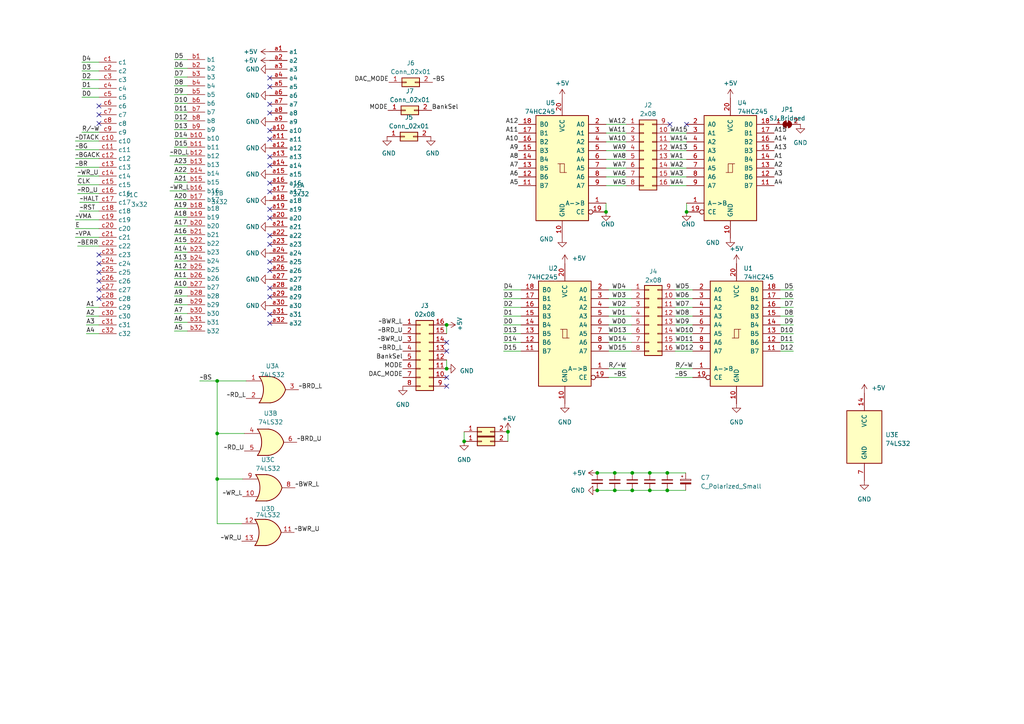
<source format=kicad_sch>
(kicad_sch (version 20230121) (generator eeschema)
  (paper "A4")
  (lib_symbols
    (symbol "68000:3x32"
      (property "Reference" "J" (at 0 0 0))
      (property "Value" "3x32" (at 0 0 0))
      (symbol "3x32_1_1"
        (pin bidirectional line (at -2.54 -3.81 0) (length 5.08) (name "a1") (number "a1"))
        (pin bidirectional line (at -2.54 -26.67 0) (length 5.08) (name "a10") (number "a10"))
        (pin bidirectional line (at -2.54 -29.21 0) (length 5.08) (name "a11") (number "a11"))
        (pin bidirectional line (at -2.54 -31.75 0) (length 5.08) (name "a12") (number "a12"))
        (pin bidirectional line (at -2.54 -34.29 0) (length 5.08) (name "a13") (number "a13"))
        (pin bidirectional line (at -2.54 -36.83 0) (length 5.08) (name "a14") (number "a14"))
        (pin bidirectional line (at -2.54 -39.37 0) (length 5.08) (name "a15") (number "a15"))
        (pin bidirectional line (at -2.54 -41.91 0) (length 5.08) (name "a16") (number "a16"))
        (pin bidirectional line (at -2.54 -44.45 0) (length 5.08) (name "a17") (number "a17"))
        (pin bidirectional line (at -2.54 -46.99 0) (length 5.08) (name "a18") (number "a18"))
        (pin bidirectional line (at -2.54 -49.53 0) (length 5.08) (name "a19") (number "a19"))
        (pin bidirectional line (at -2.54 -6.35 0) (length 5.08) (name "a2") (number "a2"))
        (pin bidirectional line (at -2.54 -52.07 0) (length 5.08) (name "a20") (number "a20"))
        (pin bidirectional line (at -2.54 -54.61 0) (length 5.08) (name "a21") (number "a21"))
        (pin bidirectional line (at -2.54 -57.15 0) (length 5.08) (name "a22") (number "a22"))
        (pin bidirectional line (at -2.54 -59.69 0) (length 5.08) (name "a23") (number "a23"))
        (pin bidirectional line (at -2.54 -62.23 0) (length 5.08) (name "a24") (number "a24"))
        (pin bidirectional line (at -2.54 -64.77 0) (length 5.08) (name "a25") (number "a25"))
        (pin bidirectional line (at -2.54 -67.31 0) (length 5.08) (name "a26") (number "a26"))
        (pin bidirectional line (at -2.54 -69.85 0) (length 5.08) (name "a27") (number "a27"))
        (pin bidirectional line (at -2.54 -72.39 0) (length 5.08) (name "a28") (number "a28"))
        (pin bidirectional line (at -2.54 -74.93 0) (length 5.08) (name "a29") (number "a29"))
        (pin bidirectional line (at -2.54 -8.89 0) (length 5.08) (name "a3") (number "a3"))
        (pin bidirectional line (at -2.54 -77.47 0) (length 5.08) (name "a30") (number "a30"))
        (pin bidirectional line (at -2.54 -80.01 0) (length 5.08) (name "a31") (number "a31"))
        (pin bidirectional line (at -2.54 -82.55 0) (length 5.08) (name "a32") (number "a32"))
        (pin bidirectional line (at -2.54 -11.43 0) (length 5.08) (name "a4") (number "a4"))
        (pin bidirectional line (at -2.54 -13.97 0) (length 5.08) (name "a5") (number "a5"))
        (pin bidirectional line (at -2.54 -16.51 0) (length 5.08) (name "a6") (number "a6"))
        (pin bidirectional line (at -2.54 -19.05 0) (length 5.08) (name "a7") (number "a7"))
        (pin bidirectional line (at -2.54 -21.59 0) (length 5.08) (name "a8") (number "a8"))
        (pin bidirectional line (at -2.54 -24.13 0) (length 5.08) (name "a9") (number "a9"))
      )
      (symbol "3x32_2_1"
        (pin bidirectional line (at -2.54 -3.81 0) (length 5.08) (name "b1") (number "b1"))
        (pin bidirectional line (at -2.54 -26.67 0) (length 5.08) (name "b10") (number "b10"))
        (pin bidirectional line (at -2.54 -29.21 0) (length 5.08) (name "b11") (number "b11"))
        (pin bidirectional line (at -2.54 -31.75 0) (length 5.08) (name "b12") (number "b12"))
        (pin bidirectional line (at -2.54 -34.29 0) (length 5.08) (name "b13") (number "b13"))
        (pin bidirectional line (at -2.54 -36.83 0) (length 5.08) (name "b14") (number "b14"))
        (pin bidirectional line (at -2.54 -39.37 0) (length 5.08) (name "b15") (number "b15"))
        (pin bidirectional line (at -2.54 -41.91 0) (length 5.08) (name "b16") (number "b16"))
        (pin bidirectional line (at -2.54 -44.45 0) (length 5.08) (name "b17") (number "b17"))
        (pin bidirectional line (at -2.54 -46.99 0) (length 5.08) (name "b18") (number "b18"))
        (pin bidirectional line (at -2.54 -49.53 0) (length 5.08) (name "b19") (number "b19"))
        (pin bidirectional line (at -2.54 -6.35 0) (length 5.08) (name "b2") (number "b2"))
        (pin bidirectional line (at -2.54 -52.07 0) (length 5.08) (name "b20") (number "b20"))
        (pin bidirectional line (at -2.54 -54.61 0) (length 5.08) (name "b21") (number "b21"))
        (pin bidirectional line (at -2.54 -57.15 0) (length 5.08) (name "b22") (number "b22"))
        (pin bidirectional line (at -2.54 -59.69 0) (length 5.08) (name "b23") (number "b23"))
        (pin bidirectional line (at -2.54 -62.23 0) (length 5.08) (name "b24") (number "b24"))
        (pin bidirectional line (at -2.54 -64.77 0) (length 5.08) (name "b25") (number "b25"))
        (pin bidirectional line (at -2.54 -67.31 0) (length 5.08) (name "b26") (number "b26"))
        (pin bidirectional line (at -2.54 -69.85 0) (length 5.08) (name "b27") (number "b27"))
        (pin bidirectional line (at -2.54 -72.39 0) (length 5.08) (name "b28") (number "b28"))
        (pin bidirectional line (at -2.54 -74.93 0) (length 5.08) (name "b29") (number "b29"))
        (pin bidirectional line (at -2.54 -8.89 0) (length 5.08) (name "b3") (number "b3"))
        (pin bidirectional line (at -2.54 -77.47 0) (length 5.08) (name "b30") (number "b30"))
        (pin bidirectional line (at -2.54 -80.01 0) (length 5.08) (name "b31") (number "b31"))
        (pin bidirectional line (at -2.54 -82.55 0) (length 5.08) (name "b32") (number "b32"))
        (pin bidirectional line (at -2.54 -11.43 0) (length 5.08) (name "b4") (number "b4"))
        (pin bidirectional line (at -2.54 -13.97 0) (length 5.08) (name "b5") (number "b5"))
        (pin bidirectional line (at -2.54 -16.51 0) (length 5.08) (name "b6") (number "b6"))
        (pin bidirectional line (at -2.54 -19.05 0) (length 5.08) (name "b7") (number "b7"))
        (pin bidirectional line (at -2.54 -21.59 0) (length 5.08) (name "b8") (number "b8"))
        (pin bidirectional line (at -2.54 -24.13 0) (length 5.08) (name "b9") (number "b9"))
      )
      (symbol "3x32_3_1"
        (pin bidirectional line (at 0 -5.08 0) (length 5.08) (name "c1") (number "c1"))
        (pin bidirectional line (at 0 -27.94 0) (length 5.08) (name "c10") (number "c10"))
        (pin bidirectional line (at 0 -30.48 0) (length 5.08) (name "c11") (number "c11"))
        (pin bidirectional line (at 0 -33.02 0) (length 5.08) (name "c12") (number "c12"))
        (pin bidirectional line (at 0 -35.56 0) (length 5.08) (name "c13") (number "c13"))
        (pin bidirectional line (at 0 -38.1 0) (length 5.08) (name "c14") (number "c14"))
        (pin bidirectional line (at 0 -40.64 0) (length 5.08) (name "c15") (number "c15"))
        (pin bidirectional line (at 0 -43.18 0) (length 5.08) (name "c16") (number "c16"))
        (pin bidirectional line (at 0 -45.72 0) (length 5.08) (name "c17") (number "c17"))
        (pin bidirectional line (at 0 -48.26 0) (length 5.08) (name "c18") (number "c18"))
        (pin bidirectional line (at 0 -50.8 0) (length 5.08) (name "c19") (number "c19"))
        (pin bidirectional line (at 0 -7.62 0) (length 5.08) (name "c2") (number "c2"))
        (pin bidirectional line (at 0 -53.34 0) (length 5.08) (name "c20") (number "c20"))
        (pin bidirectional line (at 0 -55.88 0) (length 5.08) (name "c21") (number "c21"))
        (pin bidirectional line (at 0 -58.42 0) (length 5.08) (name "c22") (number "c22"))
        (pin bidirectional line (at 0 -60.96 0) (length 5.08) (name "c23") (number "c23"))
        (pin bidirectional line (at 0 -63.5 0) (length 5.08) (name "c24") (number "c24"))
        (pin bidirectional line (at 0 -66.04 0) (length 5.08) (name "c25") (number "c25"))
        (pin bidirectional line (at 0 -68.58 0) (length 5.08) (name "c26") (number "c26"))
        (pin bidirectional line (at 0 -71.12 0) (length 5.08) (name "c27") (number "c27"))
        (pin bidirectional line (at 0 -73.66 0) (length 5.08) (name "c28") (number "c28"))
        (pin bidirectional line (at 0 -76.2 0) (length 5.08) (name "c29") (number "c29"))
        (pin bidirectional line (at 0 -10.16 0) (length 5.08) (name "c3") (number "c3"))
        (pin bidirectional line (at 0 -78.74 0) (length 5.08) (name "c30") (number "c30"))
        (pin bidirectional line (at 0 -81.28 0) (length 5.08) (name "c31") (number "c31"))
        (pin bidirectional line (at 0 -83.82 0) (length 5.08) (name "c32") (number "c32"))
        (pin bidirectional line (at 0 -12.7 0) (length 5.08) (name "c4") (number "c4"))
        (pin bidirectional line (at 0 -15.24 0) (length 5.08) (name "c5") (number "c5"))
        (pin bidirectional line (at 0 -17.78 0) (length 5.08) (name "c6") (number "c6"))
        (pin bidirectional line (at 0 -20.32 0) (length 5.08) (name "c7") (number "c7"))
        (pin bidirectional line (at 0 -22.86 0) (length 5.08) (name "c8") (number "c8"))
        (pin bidirectional line (at 0 -25.4 0) (length 5.08) (name "c9") (number "c9"))
      )
    )
    (symbol "74xx:74HC245" (pin_names (offset 1.016))
      (property "Reference" "U" (at -7.62 16.51 0))
      (property "Value" "74HC245" (at -7.62 -16.51 0))
      (symbol "74HC245_1_0"
        (polyline (pts (xy -0.635 -1.27) (xy -0.635 1.27) (xy 0.635 1.27)))
        (polyline (pts (xy -1.27 -1.27) (xy 0.635 -1.27) (xy 0.635 1.27) (xy 1.27 1.27)))
        (pin input line (at -12.7 -10.16 0) (length 5.08) (name "A->B") (number "1"))
        (pin power_in line (at 0 -20.32 90) (length 5.08) (name "GND") (number "10"))
        (pin tri_state line (at 12.7 -5.08 180) (length 5.08) (name "B7") (number "11"))
        (pin tri_state line (at 12.7 -2.54 180) (length 5.08) (name "B6") (number "12"))
        (pin tri_state line (at 12.7 0 180) (length 5.08) (name "B5") (number "13"))
        (pin tri_state line (at 12.7 2.54 180) (length 5.08) (name "B4") (number "14"))
        (pin tri_state line (at 12.7 5.08 180) (length 5.08) (name "B3") (number "15"))
        (pin tri_state line (at 12.7 7.62 180) (length 5.08) (name "B2") (number "16"))
        (pin tri_state line (at 12.7 10.16 180) (length 5.08) (name "B1") (number "17"))
        (pin tri_state line (at 12.7 12.7 180) (length 5.08) (name "B0") (number "18"))
        (pin input inverted (at -12.7 -12.7 0) (length 5.08) (name "CE") (number "19"))
        (pin tri_state line (at -12.7 12.7 0) (length 5.08) (name "A0") (number "2"))
        (pin power_in line (at 0 20.32 270) (length 5.08) (name "VCC") (number "20"))
        (pin tri_state line (at -12.7 10.16 0) (length 5.08) (name "A1") (number "3"))
        (pin tri_state line (at -12.7 7.62 0) (length 5.08) (name "A2") (number "4"))
        (pin tri_state line (at -12.7 5.08 0) (length 5.08) (name "A3") (number "5"))
        (pin tri_state line (at -12.7 2.54 0) (length 5.08) (name "A4") (number "6"))
        (pin tri_state line (at -12.7 0 0) (length 5.08) (name "A5") (number "7"))
        (pin tri_state line (at -12.7 -2.54 0) (length 5.08) (name "A6") (number "8"))
        (pin tri_state line (at -12.7 -5.08 0) (length 5.08) (name "A7") (number "9"))
      )
      (symbol "74HC245_1_1"
        (rectangle (start -7.62 15.24) (end 7.62 -15.24) (stroke (width 0.254)) (fill (type background)))
      )
    )
    (symbol "74xx:74LS32" (pin_names (offset 1.016))
      (property "Reference" "U" (at 0 1.27 0))
      (property "Value" "74LS32" (at 0 -1.27 0))
      (symbol "74LS32_1_1"
        (arc (start -3.81 -3.81) (mid -2.589 0) (end -3.81 3.81) (stroke (width 0.254)))
        (arc (start -0.6096 -3.81) (mid 2.1842 -2.5851) (end 3.81 0) (stroke (width 0.254)) (fill (type background)))
        (polyline (pts (xy -3.81 -3.81) (xy -0.635 -3.81)) (stroke (width 0.254)) (fill (type background)))
        (polyline (pts (xy -3.81 3.81) (xy -0.635 3.81)) (stroke (width 0.254)) (fill (type background)))
        (polyline (pts (xy -0.635 3.81) (xy -3.81 3.81) (xy -3.81 3.81) (xy -3.556 3.4036) (xy -3.0226 2.2606) (xy -2.6924 1.0414) (xy -2.6162 -0.254) (xy -2.7686 -1.4986) (xy -3.175 -2.7178) (xy -3.81 -3.81) (xy -3.81 -3.81) (xy -0.635 -3.81)) (stroke (width -25.4)) (fill (type background)))
        (arc (start 3.81 0) (mid 2.1915 2.5936) (end -0.6096 3.81) (stroke (width 0.254)) (fill (type background)))
        (pin input line (at -7.62 2.54 0) (length 4.318) (name "~") (number "1"))
        (pin input line (at -7.62 -2.54 0) (length 4.318) (name "~") (number "2"))
        (pin output line (at 7.62 0 180) (length 3.81) (name "~") (number "3"))
      )
      (symbol "74LS32_1_2"
        (arc (start 0 -3.81) (mid 3.7934 0) (end 0 3.81) (stroke (width 0.254)) (fill (type background)))
        (polyline (pts (xy 0 3.81) (xy -3.81 3.81) (xy -3.81 -3.81) (xy 0 -3.81)) (stroke (width 0.254)) (fill (type background)))
        (pin input inverted (at -7.62 2.54 0) (length 3.81) (name "~") (number "1"))
        (pin input inverted (at -7.62 -2.54 0) (length 3.81) (name "~") (number "2"))
        (pin output inverted (at 7.62 0 180) (length 3.81) (name "~") (number "3"))
      )
      (symbol "74LS32_2_1"
        (arc (start -3.81 -3.81) (mid -2.589 0) (end -3.81 3.81) (stroke (width 0.254)))
        (arc (start -0.6096 -3.81) (mid 2.1842 -2.5851) (end 3.81 0) (stroke (width 0.254)) (fill (type background)))
        (polyline (pts (xy -3.81 -3.81) (xy -0.635 -3.81)) (stroke (width 0.254)) (fill (type background)))
        (polyline (pts (xy -3.81 3.81) (xy -0.635 3.81)) (stroke (width 0.254)) (fill (type background)))
        (polyline (pts (xy -0.635 3.81) (xy -3.81 3.81) (xy -3.81 3.81) (xy -3.556 3.4036) (xy -3.0226 2.2606) (xy -2.6924 1.0414) (xy -2.6162 -0.254) (xy -2.7686 -1.4986) (xy -3.175 -2.7178) (xy -3.81 -3.81) (xy -3.81 -3.81) (xy -0.635 -3.81)) (stroke (width -25.4)) (fill (type background)))
        (arc (start 3.81 0) (mid 2.1915 2.5936) (end -0.6096 3.81) (stroke (width 0.254)) (fill (type background)))
        (pin input line (at -7.62 2.54 0) (length 4.318) (name "~") (number "4"))
        (pin input line (at -7.62 -2.54 0) (length 4.318) (name "~") (number "5"))
        (pin output line (at 7.62 0 180) (length 3.81) (name "~") (number "6"))
      )
      (symbol "74LS32_2_2"
        (arc (start 0 -3.81) (mid 3.7934 0) (end 0 3.81) (stroke (width 0.254)) (fill (type background)))
        (polyline (pts (xy 0 3.81) (xy -3.81 3.81) (xy -3.81 -3.81) (xy 0 -3.81)) (stroke (width 0.254)) (fill (type background)))
        (pin input inverted (at -7.62 2.54 0) (length 3.81) (name "~") (number "4"))
        (pin input inverted (at -7.62 -2.54 0) (length 3.81) (name "~") (number "5"))
        (pin output inverted (at 7.62 0 180) (length 3.81) (name "~") (number "6"))
      )
      (symbol "74LS32_3_1"
        (arc (start -3.81 -3.81) (mid -2.589 0) (end -3.81 3.81) (stroke (width 0.254)))
        (arc (start -0.6096 -3.81) (mid 2.1842 -2.5851) (end 3.81 0) (stroke (width 0.254)) (fill (type background)))
        (polyline (pts (xy -3.81 -3.81) (xy -0.635 -3.81)) (stroke (width 0.254)) (fill (type background)))
        (polyline (pts (xy -3.81 3.81) (xy -0.635 3.81)) (stroke (width 0.254)) (fill (type background)))
        (polyline (pts (xy -0.635 3.81) (xy -3.81 3.81) (xy -3.81 3.81) (xy -3.556 3.4036) (xy -3.0226 2.2606) (xy -2.6924 1.0414) (xy -2.6162 -0.254) (xy -2.7686 -1.4986) (xy -3.175 -2.7178) (xy -3.81 -3.81) (xy -3.81 -3.81) (xy -0.635 -3.81)) (stroke (width -25.4)) (fill (type background)))
        (arc (start 3.81 0) (mid 2.1915 2.5936) (end -0.6096 3.81) (stroke (width 0.254)) (fill (type background)))
        (pin input line (at -7.62 -2.54 0) (length 4.318) (name "~") (number "10"))
        (pin output line (at 7.62 0 180) (length 3.81) (name "~") (number "8"))
        (pin input line (at -7.62 2.54 0) (length 4.318) (name "~") (number "9"))
      )
      (symbol "74LS32_3_2"
        (arc (start 0 -3.81) (mid 3.7934 0) (end 0 3.81) (stroke (width 0.254)) (fill (type background)))
        (polyline (pts (xy 0 3.81) (xy -3.81 3.81) (xy -3.81 -3.81) (xy 0 -3.81)) (stroke (width 0.254)) (fill (type background)))
        (pin input inverted (at -7.62 -2.54 0) (length 3.81) (name "~") (number "10"))
        (pin output inverted (at 7.62 0 180) (length 3.81) (name "~") (number "8"))
        (pin input inverted (at -7.62 2.54 0) (length 3.81) (name "~") (number "9"))
      )
      (symbol "74LS32_4_1"
        (arc (start -3.81 -3.81) (mid -2.589 0) (end -3.81 3.81) (stroke (width 0.254)))
        (arc (start -0.6096 -3.81) (mid 2.1842 -2.5851) (end 3.81 0) (stroke (width 0.254)) (fill (type background)))
        (polyline (pts (xy -3.81 -3.81) (xy -0.635 -3.81)) (stroke (width 0.254)) (fill (type background)))
        (polyline (pts (xy -3.81 3.81) (xy -0.635 3.81)) (stroke (width 0.254)) (fill (type background)))
        (polyline (pts (xy -0.635 3.81) (xy -3.81 3.81) (xy -3.81 3.81) (xy -3.556 3.4036) (xy -3.0226 2.2606) (xy -2.6924 1.0414) (xy -2.6162 -0.254) (xy -2.7686 -1.4986) (xy -3.175 -2.7178) (xy -3.81 -3.81) (xy -3.81 -3.81) (xy -0.635 -3.81)) (stroke (width -25.4)) (fill (type background)))
        (arc (start 3.81 0) (mid 2.1915 2.5936) (end -0.6096 3.81) (stroke (width 0.254)) (fill (type background)))
        (pin output line (at 7.62 0 180) (length 3.81) (name "~") (number "11"))
        (pin input line (at -7.62 2.54 0) (length 4.318) (name "~") (number "12"))
        (pin input line (at -7.62 -2.54 0) (length 4.318) (name "~") (number "13"))
      )
      (symbol "74LS32_4_2"
        (arc (start 0 -3.81) (mid 3.7934 0) (end 0 3.81) (stroke (width 0.254)) (fill (type background)))
        (polyline (pts (xy 0 3.81) (xy -3.81 3.81) (xy -3.81 -3.81) (xy 0 -3.81)) (stroke (width 0.254)) (fill (type background)))
        (pin output inverted (at 7.62 0 180) (length 3.81) (name "~") (number "11"))
        (pin input inverted (at -7.62 2.54 0) (length 3.81) (name "~") (number "12"))
        (pin input inverted (at -7.62 -2.54 0) (length 3.81) (name "~") (number "13"))
      )
      (symbol "74LS32_5_0"
        (pin power_in line (at 0 12.7 270) (length 5.08) (name "VCC") (number "14"))
        (pin power_in line (at 0 -12.7 90) (length 5.08) (name "GND") (number "7"))
      )
      (symbol "74LS32_5_1"
        (rectangle (start -5.08 7.62) (end 5.08 -7.62) (stroke (width 0.254)) (fill (type background)))
      )
    )
    (symbol "Connector_Generic:Conn_02x01" (pin_names (offset 1.016) hide)
      (property "Reference" "J" (at 1.27 2.54 0))
      (property "Value" "Conn_02x01" (at 1.27 -2.54 0))
      (symbol "Conn_02x01_1_1"
        (rectangle (start -1.27 0.127) (end 0 -0.127) (stroke (width 0.1524)))
        (rectangle (start -1.27 1.27) (end 3.81 -1.27) (stroke (width 0.254)) (fill (type background)))
        (rectangle (start 3.81 0.127) (end 2.54 -0.127) (stroke (width 0.1524)))
        (pin passive line (at -5.08 0 0) (length 3.81) (name "Pin_1") (number "1"))
        (pin passive line (at 7.62 0 180) (length 3.81) (name "Pin_2") (number "2"))
      )
    )
    (symbol "Connector_Generic:Conn_02x08_Counter_Clockwise" (pin_names (offset 1.016) hide)
      (property "Reference" "J" (at 1.27 10.16 0))
      (property "Value" "Conn_02x08_Counter_Clockwise" (at 1.27 -12.7 0))
      (symbol "Conn_02x08_Counter_Clockwise_1_1"
        (rectangle (start -1.27 -10.033) (end 0 -10.287) (stroke (width 0.1524)))
        (rectangle (start -1.27 -7.493) (end 0 -7.747) (stroke (width 0.1524)))
        (rectangle (start -1.27 -4.953) (end 0 -5.207) (stroke (width 0.1524)))
        (rectangle (start -1.27 -2.413) (end 0 -2.667) (stroke (width 0.1524)))
        (rectangle (start -1.27 0.127) (end 0 -0.127) (stroke (width 0.1524)))
        (rectangle (start -1.27 2.667) (end 0 2.413) (stroke (width 0.1524)))
        (rectangle (start -1.27 5.207) (end 0 4.953) (stroke (width 0.1524)))
        (rectangle (start -1.27 7.747) (end 0 7.493) (stroke (width 0.1524)))
        (rectangle (start -1.27 8.89) (end 3.81 -11.43) (stroke (width 0.254)) (fill (type background)))
        (rectangle (start 3.81 -10.033) (end 2.54 -10.287) (stroke (width 0.1524)))
        (rectangle (start 3.81 -7.493) (end 2.54 -7.747) (stroke (width 0.1524)))
        (rectangle (start 3.81 -4.953) (end 2.54 -5.207) (stroke (width 0.1524)))
        (rectangle (start 3.81 -2.413) (end 2.54 -2.667) (stroke (width 0.1524)))
        (rectangle (start 3.81 0.127) (end 2.54 -0.127) (stroke (width 0.1524)))
        (rectangle (start 3.81 2.667) (end 2.54 2.413) (stroke (width 0.1524)))
        (rectangle (start 3.81 5.207) (end 2.54 4.953) (stroke (width 0.1524)))
        (rectangle (start 3.81 7.747) (end 2.54 7.493) (stroke (width 0.1524)))
        (pin passive line (at -5.08 7.62 0) (length 3.81) (name "Pin_1") (number "1"))
        (pin passive line (at 7.62 -7.62 180) (length 3.81) (name "Pin_10") (number "10"))
        (pin passive line (at 7.62 -5.08 180) (length 3.81) (name "Pin_11") (number "11"))
        (pin passive line (at 7.62 -2.54 180) (length 3.81) (name "Pin_12") (number "12"))
        (pin passive line (at 7.62 0 180) (length 3.81) (name "Pin_13") (number "13"))
        (pin passive line (at 7.62 2.54 180) (length 3.81) (name "Pin_14") (number "14"))
        (pin passive line (at 7.62 5.08 180) (length 3.81) (name "Pin_15") (number "15"))
        (pin passive line (at 7.62 7.62 180) (length 3.81) (name "Pin_16") (number "16"))
        (pin passive line (at -5.08 5.08 0) (length 3.81) (name "Pin_2") (number "2"))
        (pin passive line (at -5.08 2.54 0) (length 3.81) (name "Pin_3") (number "3"))
        (pin passive line (at -5.08 0 0) (length 3.81) (name "Pin_4") (number "4"))
        (pin passive line (at -5.08 -2.54 0) (length 3.81) (name "Pin_5") (number "5"))
        (pin passive line (at -5.08 -5.08 0) (length 3.81) (name "Pin_6") (number "6"))
        (pin passive line (at -5.08 -7.62 0) (length 3.81) (name "Pin_7") (number "7"))
        (pin passive line (at -5.08 -10.16 0) (length 3.81) (name "Pin_8") (number "8"))
        (pin passive line (at 7.62 -10.16 180) (length 3.81) (name "Pin_9") (number "9"))
      )
    )
    (symbol "Connector_Generic:Conn_02x08_Top_Bottom" (pin_names (offset 1.016) hide)
      (property "Reference" "J" (at 1.27 10.16 0))
      (property "Value" "Conn_02x08_Top_Bottom" (at 1.27 -12.7 0))
      (symbol "Conn_02x08_Top_Bottom_1_1"
        (rectangle (start -1.27 -10.033) (end 0 -10.287) (stroke (width 0.1524)))
        (rectangle (start -1.27 -7.493) (end 0 -7.747) (stroke (width 0.1524)))
        (rectangle (start -1.27 -4.953) (end 0 -5.207) (stroke (width 0.1524)))
        (rectangle (start -1.27 -2.413) (end 0 -2.667) (stroke (width 0.1524)))
        (rectangle (start -1.27 0.127) (end 0 -0.127) (stroke (width 0.1524)))
        (rectangle (start -1.27 2.667) (end 0 2.413) (stroke (width 0.1524)))
        (rectangle (start -1.27 5.207) (end 0 4.953) (stroke (width 0.1524)))
        (rectangle (start -1.27 7.747) (end 0 7.493) (stroke (width 0.1524)))
        (rectangle (start -1.27 8.89) (end 3.81 -11.43) (stroke (width 0.254)) (fill (type background)))
        (rectangle (start 3.81 -10.033) (end 2.54 -10.287) (stroke (width 0.1524)))
        (rectangle (start 3.81 -7.493) (end 2.54 -7.747) (stroke (width 0.1524)))
        (rectangle (start 3.81 -4.953) (end 2.54 -5.207) (stroke (width 0.1524)))
        (rectangle (start 3.81 -2.413) (end 2.54 -2.667) (stroke (width 0.1524)))
        (rectangle (start 3.81 0.127) (end 2.54 -0.127) (stroke (width 0.1524)))
        (rectangle (start 3.81 2.667) (end 2.54 2.413) (stroke (width 0.1524)))
        (rectangle (start 3.81 5.207) (end 2.54 4.953) (stroke (width 0.1524)))
        (rectangle (start 3.81 7.747) (end 2.54 7.493) (stroke (width 0.1524)))
        (pin passive line (at -5.08 7.62 0) (length 3.81) (name "Pin_1") (number "1"))
        (pin passive line (at 7.62 5.08 180) (length 3.81) (name "Pin_10") (number "10"))
        (pin passive line (at 7.62 2.54 180) (length 3.81) (name "Pin_11") (number "11"))
        (pin passive line (at 7.62 0 180) (length 3.81) (name "Pin_12") (number "12"))
        (pin passive line (at 7.62 -2.54 180) (length 3.81) (name "Pin_13") (number "13"))
        (pin passive line (at 7.62 -5.08 180) (length 3.81) (name "Pin_14") (number "14"))
        (pin passive line (at 7.62 -7.62 180) (length 3.81) (name "Pin_15") (number "15"))
        (pin passive line (at 7.62 -10.16 180) (length 3.81) (name "Pin_16") (number "16"))
        (pin passive line (at -5.08 5.08 0) (length 3.81) (name "Pin_2") (number "2"))
        (pin passive line (at -5.08 2.54 0) (length 3.81) (name "Pin_3") (number "3"))
        (pin passive line (at -5.08 0 0) (length 3.81) (name "Pin_4") (number "4"))
        (pin passive line (at -5.08 -2.54 0) (length 3.81) (name "Pin_5") (number "5"))
        (pin passive line (at -5.08 -5.08 0) (length 3.81) (name "Pin_6") (number "6"))
        (pin passive line (at -5.08 -7.62 0) (length 3.81) (name "Pin_7") (number "7"))
        (pin passive line (at -5.08 -10.16 0) (length 3.81) (name "Pin_8") (number "8"))
        (pin passive line (at 7.62 7.62 180) (length 3.81) (name "Pin_9") (number "9"))
      )
    )
    (symbol "Device:C_Polarized_Small" (pin_numbers hide) (pin_names (offset 0.254) hide)
      (property "Reference" "C" (at 0.254 1.778 0))
      (property "Value" "C_Polarized_Small" (at 0.254 -2.032 0))
      (symbol "C_Polarized_Small_0_1"
        (rectangle (start -1.524 -0.3048) (end 1.524 -0.6858) (fill (type outline)))
        (rectangle (start -1.524 0.6858) (end 1.524 0.3048))
        (polyline (pts (xy -1.27 1.524) (xy -0.762 1.524)))
        (polyline (pts (xy -1.016 1.27) (xy -1.016 1.778)))
      )
      (symbol "C_Polarized_Small_1_1"
        (pin passive line (at 0 2.54 270) (length 1.8542) (name "~") (number "1"))
        (pin passive line (at 0 -2.54 90) (length 1.8542) (name "~") (number "2"))
      )
    )
    (symbol "Device:C_Small" (pin_numbers hide) (pin_names (offset 0.254) hide)
      (property "Reference" "C" (at 0.254 1.778 0))
      (property "Value" "C_Small" (at 0.254 -2.032 0))
      (symbol "C_Small_0_1"
        (polyline (pts (xy -1.524 -0.508) (xy 1.524 -0.508)) (stroke (width 0.3302)))
        (polyline (pts (xy -1.524 0.508) (xy 1.524 0.508)) (stroke (width 0.3048)))
      )
      (symbol "C_Small_1_1"
        (pin passive line (at 0 2.54 270) (length 2.032) (name "~") (number "1"))
        (pin passive line (at 0 -2.54 90) (length 2.032) (name "~") (number "2"))
      )
    )
    (symbol "Jumper:SolderJumper_2_Bridged" (pin_names (offset 0) hide)
      (property "Reference" "JP" (at 0 2.032 0))
      (property "Value" "SolderJumper_2_Bridged" (at 0 -2.54 0))
      (symbol "SolderJumper_2_Bridged_0_1"
        (rectangle (start -0.508 0.508) (end 0.508 -0.508) (fill (type outline)))
        (arc (start -0.254 1.016) (mid -1.2656 0) (end -0.254 -1.016))
        (arc (start -0.254 1.016) (mid -1.2656 0) (end -0.254 -1.016) (fill (type outline)))
        (polyline (pts (xy -0.254 1.016) (xy -0.254 -1.016)))
        (polyline (pts (xy 0.254 1.016) (xy 0.254 -1.016)))
        (arc (start 0.254 -1.016) (mid 1.2656 0) (end 0.254 1.016))
        (arc (start 0.254 -1.016) (mid 1.2656 0) (end 0.254 1.016) (fill (type outline)))
      )
      (symbol "SolderJumper_2_Bridged_1_1"
        (pin passive line (at -3.81 0 0) (length 2.54) (name "A") (number "1"))
        (pin passive line (at 3.81 0 180) (length 2.54) (name "B") (number "2"))
      )
    )
    (symbol "power:+5V" (power) (pin_names (offset 0))
      (property "Value" "+5V" (at 0 3.556 0))
      (symbol "+5V_0_1"
        (polyline (pts (xy -0.762 1.27) (xy 0 2.54)))
        (polyline (pts (xy 0 0) (xy 0 2.54)))
        (polyline (pts (xy 0 2.54) (xy 0.762 1.27)))
      )
      (symbol "+5V_1_1"
        (pin power_in line (at 0 0 90) (length 0) hide (name "+5V") (number "1"))
      )
    )
    (symbol "power:GND" (power) (pin_names (offset 0))
      (property "Value" "GND" (at 0 -3.81 0))
      (symbol "GND_0_1"
        (polyline (pts (xy 0 0) (xy 0 -1.27) (xy 1.27 -1.27) (xy 0 -2.54) (xy -1.27 -1.27) (xy 0 -1.27)))
      )
      (symbol "GND_1_1"
        (pin power_in line (at 0 0 270) (length 0) hide (name "GND") (number "1"))
      )
    )
  )
  (junction (at 199.136 61.468))
  (junction (at 62.992 110.49))
  (junction (at 62.992 125.73))
  (junction (at 134.62 128.016))
  (junction (at 175.768 61.468))
  (junction (at 183.388 142.24))
  (junction (at 183.388 137.16))
  (junction (at 129.54 94.234))
  (junction (at 62.992 138.938))
  (junction (at 173.228 142.24))
  (junction (at 188.468 137.16))
  (junction (at 178.308 142.24))
  (junction (at 193.548 142.24))
  (junction (at 188.468 142.24))
  (junction (at 193.548 137.16))
  (junction (at 178.308 137.16))
  (junction (at 173.228 137.16))
  (junction (at 129.54 106.934))
  (junction (at 147.32 125.222))
  (no_connect (at 129.54 99.314))
  (no_connect (at 78.232 70.866))
  (no_connect (at 199.136 36.068))
  (no_connect (at 78.232 37.846))
  (no_connect (at 78.232 60.706))
  (no_connect (at 78.232 30.226))
  (no_connect (at 129.54 109.474))
  (no_connect (at 78.232 22.606))
  (no_connect (at 129.54 112.014))
  (no_connect (at 28.702 84.074))
  (no_connect (at 78.232 40.386))
  (no_connect (at 78.232 63.246))
  (no_connect (at 78.232 68.326))
  (no_connect (at 194.31 36.068))
  (no_connect (at 28.702 86.614))
  (no_connect (at 28.702 35.814))
  (no_connect (at 78.232 53.086))
  (no_connect (at 78.232 83.566))
  (no_connect (at 78.232 75.946))
  (no_connect (at 78.232 25.146))
  (no_connect (at 78.232 45.466))
  (no_connect (at 28.702 30.734))
  (no_connect (at 78.232 86.106))
  (no_connect (at 28.702 81.534))
  (no_connect (at 28.702 76.454))
  (no_connect (at 78.232 78.486))
  (no_connect (at 78.232 91.186))
  (no_connect (at 78.232 55.626))
  (no_connect (at 78.232 93.726))
  (no_connect (at 78.232 32.766))
  (no_connect (at 28.702 78.994))
  (no_connect (at 28.702 73.914))
  (no_connect (at 78.232 48.006))
  (no_connect (at 28.702 33.274))
  (no_connect (at 129.54 101.854))
  (wire (pts (xy 54.356 85.852) (xy 50.546 85.852)))
  (wire (pts (xy 230.124 99.314) (xy 226.314 99.314)))
  (wire (pts (xy 54.356 42.672) (xy 50.546 42.672)))
  (wire (pts (xy 230.124 91.694) (xy 226.314 91.694)))
  (wire (pts (xy 54.356 93.472) (xy 50.546 93.472)))
  (wire (pts (xy 54.356 90.932) (xy 50.546 90.932)))
  (wire (pts (xy 21.844 43.434) (xy 28.702 43.434)))
  (wire (pts (xy 25.019 91.694) (xy 28.702 91.694)))
  (wire (pts (xy 175.768 61.468) (xy 175.768 58.928)))
  (wire (pts (xy 178.308 137.16) (xy 183.388 137.16)))
  (wire (pts (xy 54.356 73.152) (xy 50.546 73.152)))
  (wire (pts (xy 21.844 63.754) (xy 28.702 63.754)))
  (wire (pts (xy 195.834 89.154) (xy 200.914 89.154)))
  (wire (pts (xy 54.356 80.772) (xy 50.546 80.772)))
  (wire (pts (xy 54.356 37.592) (xy 50.546 37.592)))
  (wire (pts (xy 175.768 51.308) (xy 181.61 51.308)))
  (wire (pts (xy 22.479 51.054) (xy 28.702 51.054)))
  (wire (pts (xy 21.844 45.974) (xy 28.702 45.974)))
  (wire (pts (xy 175.768 43.688) (xy 181.61 43.688)))
  (wire (pts (xy 54.356 88.392) (xy 50.546 88.392)))
  (wire (pts (xy 176.53 89.154) (xy 183.134 89.154)))
  (wire (pts (xy 54.356 68.072) (xy 50.546 68.072)))
  (wire (pts (xy 183.134 84.074) (xy 176.53 84.074)))
  (wire (pts (xy 54.356 22.352) (xy 50.546 22.352)))
  (wire (pts (xy 195.834 96.774) (xy 200.914 96.774)))
  (wire (pts (xy 195.834 99.314) (xy 200.914 99.314)))
  (wire (pts (xy 21.844 66.294) (xy 28.702 66.294)))
  (wire (pts (xy 54.356 78.232) (xy 50.546 78.232)))
  (wire (pts (xy 25.019 96.774) (xy 28.702 96.774)))
  (wire (pts (xy 147.32 125.222) (xy 147.32 128.016)))
  (wire (pts (xy 195.834 86.614) (xy 200.914 86.614)))
  (wire (pts (xy 175.768 48.768) (xy 181.61 48.768)))
  (wire (pts (xy 230.124 86.614) (xy 226.314 86.614)))
  (wire (pts (xy 54.356 40.132) (xy 50.546 40.132)))
  (wire (pts (xy 23.749 38.354) (xy 28.702 38.354)))
  (wire (pts (xy 146.05 86.614) (xy 151.13 86.614)))
  (wire (pts (xy 173.228 142.24) (xy 178.308 142.24)))
  (wire (pts (xy 146.05 91.694) (xy 151.13 91.694)))
  (wire (pts (xy 129.54 104.394) (xy 129.54 106.934)))
  (wire (pts (xy 54.356 47.752) (xy 50.546 47.752)))
  (wire (pts (xy 25.019 89.154) (xy 28.702 89.154)))
  (wire (pts (xy 23.749 18.034) (xy 28.702 18.034)))
  (wire (pts (xy 194.31 53.848) (xy 199.136 53.848)))
  (wire (pts (xy 146.05 84.074) (xy 151.13 84.074)))
  (wire (pts (xy 23.749 25.654) (xy 28.702 25.654)))
  (wire (pts (xy 183.388 137.16) (xy 188.468 137.16)))
  (wire (pts (xy 23.749 23.114) (xy 28.702 23.114)))
  (wire (pts (xy 178.308 142.24) (xy 183.388 142.24)))
  (wire (pts (xy 199.136 61.468) (xy 199.136 58.928)))
  (wire (pts (xy 175.768 36.068) (xy 181.61 36.068)))
  (wire (pts (xy 195.834 91.694) (xy 200.914 91.694)))
  (wire (pts (xy 183.134 91.694) (xy 176.53 91.694)))
  (wire (pts (xy 194.31 48.768) (xy 199.136 48.768)))
  (wire (pts (xy 54.356 50.292) (xy 50.546 50.292)))
  (wire (pts (xy 195.834 101.854) (xy 200.914 101.854)))
  (wire (pts (xy 175.768 38.608) (xy 181.61 38.608)))
  (wire (pts (xy 62.992 138.938) (xy 62.992 151.892)))
  (wire (pts (xy 230.124 84.074) (xy 226.314 84.074)))
  (wire (pts (xy 57.912 110.49) (xy 62.992 110.49)))
  (wire (pts (xy 195.834 106.934) (xy 200.914 106.934)))
  (wire (pts (xy 54.356 35.052) (xy 50.546 35.052)))
  (wire (pts (xy 146.05 101.854) (xy 151.13 101.854)))
  (wire (pts (xy 54.356 60.452) (xy 50.546 60.452)))
  (wire (pts (xy 230.124 94.234) (xy 226.314 94.234)))
  (wire (pts (xy 54.356 52.832) (xy 50.546 52.832)))
  (wire (pts (xy 195.834 109.474) (xy 200.914 109.474)))
  (wire (pts (xy 188.468 137.16) (xy 193.548 137.16)))
  (wire (pts (xy 54.356 96.012) (xy 50.546 96.012)))
  (wire (pts (xy 21.844 40.894) (xy 28.702 40.894)))
  (wire (pts (xy 21.844 48.514) (xy 28.702 48.514)))
  (wire (pts (xy 175.768 41.148) (xy 181.61 41.148)))
  (wire (pts (xy 183.388 142.24) (xy 188.468 142.24)))
  (wire (pts (xy 175.768 53.848) (xy 181.61 53.848)))
  (wire (pts (xy 146.05 96.774) (xy 151.13 96.774)))
  (wire (pts (xy 23.749 28.194) (xy 28.702 28.194)))
  (wire (pts (xy 62.992 125.73) (xy 62.992 138.938)))
  (wire (pts (xy 195.834 94.234) (xy 200.914 94.234)))
  (wire (pts (xy 188.468 142.24) (xy 193.548 142.24)))
  (wire (pts (xy 21.844 68.834) (xy 28.702 68.834)))
  (wire (pts (xy 230.124 89.154) (xy 226.314 89.154)))
  (wire (pts (xy 22.479 53.594) (xy 28.702 53.594)))
  (wire (pts (xy 62.992 110.49) (xy 71.374 110.49)))
  (wire (pts (xy 230.124 101.854) (xy 226.314 101.854)))
  (wire (pts (xy 146.05 89.154) (xy 151.13 89.154)))
  (wire (pts (xy 194.31 51.308) (xy 199.136 51.308)))
  (wire (pts (xy 176.53 101.854) (xy 183.134 101.854)))
  (wire (pts (xy 183.134 86.614) (xy 176.53 86.614)))
  (wire (pts (xy 62.992 110.49) (xy 62.992 125.73)))
  (wire (pts (xy 175.768 46.228) (xy 181.61 46.228)))
  (wire (pts (xy 23.114 61.214) (xy 28.702 61.214)))
  (wire (pts (xy 194.31 43.688) (xy 199.136 43.688)))
  (wire (pts (xy 23.114 58.674) (xy 28.702 58.674)))
  (wire (pts (xy 62.992 125.73) (xy 70.866 125.73)))
  (wire (pts (xy 146.05 99.314) (xy 151.13 99.314)))
  (wire (pts (xy 54.356 83.312) (xy 50.546 83.312)))
  (wire (pts (xy 62.992 151.892) (xy 70.104 151.892)))
  (wire (pts (xy 54.356 62.992) (xy 50.546 62.992)))
  (wire (pts (xy 54.356 24.892) (xy 50.546 24.892)))
  (wire (pts (xy 146.05 94.234) (xy 151.13 94.234)))
  (wire (pts (xy 194.31 46.228) (xy 199.136 46.228)))
  (wire (pts (xy 195.834 84.074) (xy 200.914 84.074)))
  (wire (pts (xy 176.53 96.774) (xy 183.134 96.774)))
  (wire (pts (xy 54.356 19.812) (xy 50.546 19.812)))
  (wire (pts (xy 54.356 29.972) (xy 50.546 29.972)))
  (wire (pts (xy 176.53 99.314) (xy 183.134 99.314)))
  (wire (pts (xy 181.61 106.934) (xy 176.53 106.934)))
  (wire (pts (xy 181.61 109.474) (xy 176.53 109.474)))
  (wire (pts (xy 54.356 27.432) (xy 50.546 27.432)))
  (wire (pts (xy 22.479 56.134) (xy 28.702 56.134)))
  (wire (pts (xy 25.019 94.234) (xy 28.702 94.234)))
  (wire (pts (xy 129.54 94.234) (xy 129.54 96.774)))
  (wire (pts (xy 193.548 142.24) (xy 198.882 142.24)))
  (wire (pts (xy 54.356 57.912) (xy 50.546 57.912)))
  (wire (pts (xy 173.228 137.16) (xy 178.308 137.16)))
  (wire (pts (xy 193.548 137.16) (xy 198.882 137.16)))
  (wire (pts (xy 49.276 55.372) (xy 54.356 55.372)))
  (wire (pts (xy 54.356 65.532) (xy 50.546 65.532)))
  (wire (pts (xy 54.356 17.272) (xy 50.546 17.272)))
  (wire (pts (xy 49.276 45.212) (xy 54.356 45.212)))
  (wire (pts (xy 134.62 125.222) (xy 134.62 128.016)))
  (wire (pts (xy 54.356 75.692) (xy 50.546 75.692)))
  (wire (pts (xy 54.356 32.512) (xy 50.546 32.512)))
  (wire (pts (xy 183.134 94.234) (xy 176.53 94.234)))
  (wire (pts (xy 22.479 71.374) (xy 28.702 71.374)))
  (wire (pts (xy 23.749 20.574) (xy 28.702 20.574)))
  (wire (pts (xy 194.31 41.148) (xy 199.136 41.148)))
  (wire (pts (xy 62.992 138.938) (xy 70.358 138.938)))
  (wire (pts (xy 194.31 38.608) (xy 199.136 38.608)))
  (wire (pts (xy 230.124 96.774) (xy 226.314 96.774)))
  (wire (pts (xy 54.356 70.612) (xy 50.546 70.612)))
  (label "~WR_L" (at 49.276 55.372 0))
  (label "WD2" (at 181.61 89.154 180))
  (label "D13" (at 146.05 96.774 0))
  (label "WD14" (at 181.737 99.314 180))
  (label "WA2" (at 194.31 48.768 0))
  (label "~BS" (at 195.834 109.474 0))
  (label "~BS" (at 57.912 110.49 0))
  (label "D5" (at 50.546 17.272 0))
  (label "WA8" (at 181.61 46.228 180))
  (label "WD0" (at 181.61 94.234 180))
  (label "BankSel" (at 116.84 104.394 180))
  (label "R{slash}~W" (at 181.61 106.934 180))
  (label "D7" (at 230.124 89.154 180))
  (label "A23" (at 50.546 47.752 0))
  (label "A11" (at 50.546 80.772 0))
  (label "A15" (at 50.546 70.612 0))
  (label "A3" (at 25.019 94.234 0))
  (label "D0" (at 23.749 28.194 0))
  (label "A7" (at 150.368 48.768 180))
  (label "~BGACK" (at 21.844 45.974 0))
  (label "WD15" (at 181.737 101.854 180))
  (label "D9" (at 230.124 94.234 180))
  (label "A21" (at 50.546 52.832 0))
  (label "~BWR_L" (at 116.84 94.234 180))
  (label "WA10" (at 181.61 41.148 180))
  (label "~RD_L" (at 71.374 115.57 180))
  (label "A9" (at 50.546 85.852 0))
  (label "WA4" (at 194.31 53.848 0))
  (label "WD13" (at 181.737 96.774 180))
  (label "~BR" (at 21.844 48.514 0))
  (label "MODE" (at 116.84 106.934 180))
  (label "CLK" (at 22.479 53.594 0))
  (label "D3" (at 146.05 86.614 0))
  (label "A4" (at 25.019 96.774 0))
  (label "D4" (at 23.749 18.034 0))
  (label "~BRD_L" (at 86.614 113.03 0))
  (label "WD9" (at 195.834 94.234 0))
  (label "WA14" (at 194.31 41.148 0))
  (label "D1" (at 146.05 91.694 0))
  (label "~VMA" (at 21.844 63.754 0))
  (label "~BG" (at 21.844 43.434 0))
  (label "~BRD_U" (at 86.106 128.27 0))
  (label "WD11" (at 195.834 99.314 0))
  (label "A2" (at 224.536 48.768 0))
  (label "~BRD_L" (at 116.84 101.854 180))
  (label "A12" (at 150.368 36.068 180))
  (label "D14" (at 50.546 40.132 0))
  (label "~BWR_L" (at 85.598 141.478 0))
  (label "~RD_U" (at 70.866 130.81 180))
  (label "~RD_L" (at 49.276 45.212 0))
  (label "BankSel" (at 125.222 32.004 0))
  (label "~BS" (at 125.476 23.876 0))
  (label "WA11" (at 181.61 38.608 180))
  (label "A10" (at 50.546 83.312 0))
  (label "WD10" (at 195.834 96.774 0))
  (label "D8" (at 230.124 91.694 180))
  (label "A1" (at 25.019 89.154 0))
  (label "A22" (at 50.546 50.292 0))
  (label "A19" (at 50.546 60.452 0))
  (label "WD6" (at 195.834 86.614 0))
  (label "A12" (at 50.546 78.232 0))
  (label "WA13" (at 194.31 43.688 0))
  (label "A5" (at 150.368 53.848 180))
  (label "~HALT" (at 23.114 58.674 0))
  (label "WD12" (at 195.834 101.854 0))
  (label "A8" (at 50.546 88.392 0))
  (label "WA1" (at 194.31 46.228 0))
  (label "A20" (at 50.546 57.912 0))
  (label "~BWR_U" (at 85.344 154.432 0))
  (label "D3" (at 23.749 20.574 0))
  (label "D15" (at 50.546 42.672 0))
  (label "D2" (at 23.749 23.114 0))
  (label "WD7" (at 195.834 89.154 0))
  (label "WD5" (at 195.834 84.074 0))
  (label "~WR_L" (at 70.358 144.018 180))
  (label "A7" (at 50.546 90.932 0))
  (label "WD3" (at 181.61 86.614 180))
  (label "~BRD_U" (at 116.84 96.774 180))
  (label "~BS" (at 181.61 109.474 180))
  (label "DAC_MODE" (at 112.776 23.876 180))
  (label "D12" (at 230.124 101.854 180))
  (label "A2" (at 25.019 91.694 0))
  (label "D6" (at 230.124 86.614 180))
  (label "A11" (at 150.368 38.608 180))
  (label "A13" (at 50.546 75.692 0))
  (label "WA7" (at 181.61 48.768 180))
  (label "D5" (at 230.124 84.074 180))
  (label "D11" (at 50.546 32.512 0))
  (label "A6" (at 50.546 93.472 0))
  (label "A15" (at 224.536 38.608 0))
  (label "D10" (at 230.124 96.774 180))
  (label "WA9" (at 181.61 43.688 180))
  (label "A4" (at 224.536 53.848 0))
  (label "D2" (at 146.05 89.154 0))
  (label "D13" (at 50.546 37.592 0))
  (label "D10" (at 50.546 29.972 0))
  (label "MODE" (at 112.522 32.004 180))
  (label "A18" (at 50.546 62.992 0))
  (label "A10" (at 150.368 41.148 180))
  (label "A6" (at 150.368 51.308 180))
  (label "WD1" (at 181.61 91.694 180))
  (label "A17" (at 50.546 65.532 0))
  (label "A13" (at 224.536 43.688 0))
  (label "~WR_U" (at 70.104 156.972 180))
  (label "A3" (at 224.536 51.308 0))
  (label "A5" (at 50.546 96.012 0))
  (label "A1" (at 224.536 46.228 0))
  (label "A16" (at 50.546 68.072 0))
  (label "D12" (at 50.546 35.052 0))
  (label "A8" (at 150.368 46.228 180))
  (label "~RST" (at 23.114 61.214 0))
  (label "R{slash}~W" (at 23.749 38.354 0))
  (label "D7" (at 50.546 22.352 0))
  (label "WA6" (at 181.61 51.308 180))
  (label "D0" (at 146.05 94.234 0))
  (label "WA15" (at 194.31 38.608 0))
  (label "A14" (at 50.546 73.152 0))
  (label "D9" (at 50.546 27.432 0))
  (label "~BWR_U" (at 116.84 99.314 180))
  (label "WD4" (at 181.61 84.074 180))
  (label "D15" (at 146.05 101.854 0))
  (label "~WR_U" (at 22.479 51.054 0))
  (label "WA12" (at 181.61 36.068 180))
  (label "D1" (at 23.749 25.654 0))
  (label "DAC_MODE" (at 116.84 109.474 180))
  (label "WA3" (at 194.31 51.308 0))
  (label "E" (at 21.844 66.294 0))
  (label "~BERR" (at 22.479 71.374 0))
  (label "A14" (at 224.536 41.148 0))
  (label "D4" (at 146.05 84.074 0))
  (label "D14" (at 146.05 99.314 0))
  (label "~VPA" (at 21.844 68.834 0))
  (label "R{slash}~W" (at 195.834 106.934 0))
  (label "D8" (at 50.546 24.892 0))
  (label "D6" (at 50.546 19.812 0))
  (label "A9" (at 150.368 43.688 180))
  (label "WA5" (at 181.61 53.848 180))
  (label "WD8" (at 195.834 91.694 0))
  (label "~RD_U" (at 22.479 56.134 0))
  (label "D11" (at 230.124 99.314 180))
  (label "~DTACK" (at 21.844 40.894 0))
  (symbol (lib_id "power:GND") (at 211.836 69.088 0) (unit 1)
    (property "Reference" "#PWR017" (effects hide))
    (property "Value" "GND" (at 206.756 70.358 0))
  )
  (symbol (lib_id "Connector_Generic:Conn_02x01") (at 117.348 39.624 0) (unit 1)
    (property "Reference" "J5" (at 118.618 34.036 0))
    (property "Value" "Conn_02x01" (at 118.618 36.576 0))
    (property "Footprint" "68000:2x01 finger" (effects hide))
  )
  (symbol (lib_id "power:GND") (at 163.83 117.094 0) (unit 1)
    (property "Reference" "#PWR014" (effects hide))
    (property "Value" "GND" (at 163.83 122.428 0))
  )
  (symbol (lib_id "74xx:74HC245") (at 213.614 96.774 0) (unit 1)
    (property "Reference" "U1" (at 215.6334 77.8342 0) (effects (justify left)))
    (property "Value" "74HC245" (at 215.6334 80.3711 0) (effects (justify left)))
    (property "Footprint" "68000:DIP-20" (effects hide))
    (property "Datasheet" "http://www.ti.com/lit/gpn/sn74HC245" (effects hide))
  )
  (symbol (lib_id "power:GND") (at 175.768 61.468 0) (unit 1)
    (property "Reference" "#PWR024" (effects hide))
    (property "Value" "GND" (at 176.276 65.024 0))
  )
  (symbol (lib_id "power:+5V") (at 163.83 76.454 0) (unit 1)
    (property "Reference" "#PWR018" (effects hide))
    (property "Value" "+5V" (at 167.894 74.93 0))
  )
  (symbol (lib_id "Jumper:SolderJumper_2_Bridged") (at 228.346 36.068 0) (unit 1)
    (property "Reference" "JP1" (at 228.346 31.75 0))
    (property "Value" "SJ_Bridged" (at 228.346 34.29 0))
    (property "Footprint" "Jumper:SolderJumper-2_P1.3mm_Bridged_Pad1.0x1.5mm" (effects hide))
  )
  (symbol (lib_id "power:GND") (at 78.232 65.786 270) (unit 1)
    (property "Reference" "#PWR09" (effects hide))
    (property "Value" "GND" (at 71.247 65.786 90) (effects (justify left)))
  )
  (symbol (lib_id "Connector_Generic:Conn_02x01") (at 117.602 32.004 0) (unit 1)
    (property "Reference" "J7" (at 118.872 26.416 0))
    (property "Value" "Conn_02x01" (at 118.872 28.956 0))
    (property "Footprint" "68000:2x01 finger" (effects hide))
  )
  (symbol (lib_id "power:GND") (at 112.268 39.624 0) (unit 1)
    (property "Reference" "#PWR029" (effects hide))
    (property "Value" "GND" (at 112.776 44.45 0))
  )
  (symbol (lib_id "68000:3x32") (at 80.772 11.176 0) (unit 1)
    (property "Reference" "J1" (at 84.836 53.721 0) (effects (justify left)))
    (property "Value" "3x32" (at 84.836 56.261 0) (effects (justify left)))
    (property "Footprint" "Connector_DIN:DIN41612_R_3x32_Male_Horizontal_THT" (effects hide))
  )
  (symbol (lib_id "power:+5V") (at 78.232 14.986 90) (unit 1)
    (property "Reference" "#PWR01" (effects hide))
    (property "Value" "+5V" (at 70.612 14.986 90) (effects (justify right)))
  )
  (symbol (lib_id "power:GND") (at 78.232 58.166 270) (unit 1)
    (property "Reference" "#PWR08" (effects hide))
    (property "Value" "GND" (at 71.247 58.166 90) (effects (justify left)))
  )
  (symbol (lib_id "74xx:74LS32") (at 78.994 113.03 0) (unit 1)
    (property "Reference" "U3" (at 78.994 106.172 0))
    (property "Value" "74LS32" (at 78.994 108.712 0))
    (property "Footprint" "68000:DIP-14" (effects hide))
    (property "Datasheet" "http://www.ti.com/lit/gpn/sn74LS32" (effects hide))
  )
  (symbol (lib_id "power:+5V") (at 250.698 114.046 0) (unit 1)
    (property "Reference" "#PWR026" (effects hide))
    (property "Value" "+5V" (at 254.762 112.522 0))
  )
  (symbol (lib_id "power:GND") (at 78.232 73.406 270) (unit 1)
    (property "Reference" "#PWR010" (effects hide))
    (property "Value" "GND" (at 71.247 73.406 90) (effects (justify left)))
  )
  (symbol (lib_id "Connector_Generic:Conn_02x01") (at 139.7 125.222 0) (unit 1)
    (property "Reference" "J8" (effects hide))
    (property "Value" "Conn_02x01" (effects hide))
    (property "Footprint" "68000:2x01 finger" (effects hide))
  )
  (symbol (lib_id "power:GND") (at 116.84 112.014 0) (unit 1)
    (property "Reference" "#PWR030" (effects hide))
    (property "Value" "GND" (at 116.84 117.348 0))
  )
  (symbol (lib_id "power:GND") (at 232.156 36.068 0) (unit 1)
    (property "Reference" "#PWR021" (effects hide))
    (property "Value" "GND" (at 232.156 41.402 0))
  )
  (symbol (lib_id "power:GND") (at 78.232 20.066 270) (unit 1)
    (property "Reference" "#PWR03" (effects hide))
    (property "Value" "GND" (at 71.247 20.066 90) (effects (justify left)))
  )
  (symbol (lib_id "power:GND") (at 173.228 142.24 270) (unit 1)
    (property "Reference" "#PWR0146" (effects hide))
    (property "Value" "GND" (at 169.672 142.24 90) (effects (justify right)))
  )
  (symbol (lib_id "power:GND") (at 134.62 128.016 0) (mirror y) (unit 1)
    (property "Reference" "#PWR027" (effects hide))
    (property "Value" "GND" (at 134.62 133.35 0))
  )
  (symbol (lib_id "power:GND") (at 213.614 117.094 0) (unit 1)
    (property "Reference" "#PWR016" (effects hide))
    (property "Value" "GND" (at 213.614 122.428 0))
  )
  (symbol (lib_id "power:+5V") (at 129.54 94.234 270) (mirror x) (unit 1)
    (property "Reference" "#PWR031" (effects hide))
    (property "Value" "+5V" (at 133.35 93.98 0))
  )
  (symbol (lib_id "68000:3x32") (at 28.702 12.954 0) (unit 3)
    (property "Reference" "J1" (at 36.449 56.515 0) (effects (justify left)))
    (property "Value" "3x32" (at 37.973 59.309 0) (effects (justify left)))
    (property "Footprint" "Connector_DIN:DIN41612_R_3x32_Male_Horizontal_THT" (effects hide))
  )
  (symbol (lib_id "power:GND") (at 78.232 81.026 270) (unit 1)
    (property "Reference" "#PWR011" (effects hide))
    (property "Value" "GND" (at 71.247 81.026 90) (effects (justify left)))
  )
  (symbol (lib_id "74xx:74LS32") (at 250.698 126.746 0) (unit 5)
    (property "Reference" "U3" (at 256.794 126.111 0) (effects (justify left)))
    (property "Value" "74LS32" (at 256.794 128.651 0) (effects (justify left)))
    (property "Footprint" "68000:DIP-14" (effects hide))
    (property "Datasheet" "http://www.ti.com/lit/gpn/sn74LS32" (effects hide))
  )
  (symbol (lib_id "power:GND") (at 163.068 69.088 0) (unit 1)
    (property "Reference" "#PWR020" (effects hide))
    (property "Value" "GND" (at 158.496 69.342 0))
  )
  (symbol (lib_id "Device:C_Small") (at 178.308 139.7 0) (unit 1)
    (property "Reference" "C1" (effects hide))
    (property "Value" "100nF" (effects hide))
    (property "Footprint" "68000:DIP-2_200_ELL" (effects hide))
  )
  (symbol (lib_id "Device:C_Small") (at 173.228 139.7 0) (unit 1)
    (property "Reference" "C2" (effects hide))
    (property "Value" "100nF" (effects hide))
    (property "Footprint" "68000:DIP-2_200_ELL" (effects hide))
  )
  (symbol (lib_id "74xx:74LS32") (at 77.724 154.432 0) (unit 4)
    (property "Reference" "U3" (at 77.724 147.574 0))
    (property "Value" "74LS32" (at 77.724 149.352 0))
    (property "Footprint" "68000:DIP-14" (effects hide))
    (property "Datasheet" "http://www.ti.com/lit/gpn/sn74LS32" (effects hide))
  )
  (symbol (lib_id "Connector_Generic:Conn_02x01") (at 139.7 128.016 0) (unit 1)
    (property "Reference" "J9" (effects hide))
    (property "Value" "Conn_02x01" (effects hide))
    (property "Footprint" "68000:2x01 finger" (effects hide))
  )
  (symbol (lib_id "Connector_Generic:Conn_02x08_Top_Bottom") (at 186.69 43.688 0) (unit 1)
    (property "Reference" "J2" (at 187.96 30.48 0))
    (property "Value" "2x08" (at 187.96 33.02 0))
    (property "Footprint" "68000:2x08 finger" (effects hide))
  )
  (symbol (lib_id "Device:C_Small") (at 188.468 139.7 0) (unit 1)
    (property "Reference" "C4" (effects hide))
    (property "Value" "100nF" (effects hide))
    (property "Footprint" "68000:DIP-2_200_ELL" (effects hide))
  )
  (symbol (lib_id "74xx:74LS32") (at 77.978 141.478 0) (unit 3)
    (property "Reference" "U3" (at 77.724 133.35 0))
    (property "Value" "74LS32" (at 77.724 135.89 0))
    (property "Footprint" "68000:DIP-14" (effects hide))
    (property "Datasheet" "http://www.ti.com/lit/gpn/sn74LS32" (effects hide))
  )
  (symbol (lib_id "Connector_Generic:Conn_02x08_Counter_Clockwise") (at 121.92 101.854 0) (unit 1)
    (property "Reference" "J3" (at 123.19 88.646 0))
    (property "Value" "02x08" (at 123.19 91.186 0))
    (property "Footprint" "68000:2x08 finger" (effects hide))
  )
  (symbol (lib_id "power:GND") (at 78.232 35.306 270) (unit 1)
    (property "Reference" "#PWR05" (effects hide))
    (property "Value" "GND" (at 71.247 35.306 90) (effects (justify left)))
  )
  (symbol (lib_id "power:+5V") (at 147.32 125.222 0) (unit 1)
    (property "Reference" "#PWR028" (effects hide))
    (property "Value" "+5V" (at 147.574 121.412 0))
  )
  (symbol (lib_id "power:GND") (at 250.698 139.446 0) (unit 1)
    (property "Reference" "#PWR019" (effects hide))
    (property "Value" "GND" (at 250.698 144.78 0))
  )
  (symbol (lib_id "power:GND") (at 129.54 106.934 90) (unit 1)
    (property "Reference" "#PWR032" (effects hide))
    (property "Value" "GND" (at 133.35 107.569 90) (effects (justify right)))
  )
  (symbol (lib_id "Device:C_Small") (at 183.388 139.7 0) (unit 1)
    (property "Reference" "C3" (effects hide))
    (property "Value" "100nF" (effects hide))
    (property "Footprint" "68000:DIP-2_200_ELL" (effects hide))
  )
  (symbol (lib_id "power:+5V") (at 211.836 28.448 0) (unit 1)
    (property "Reference" "#PWR015" (effects hide))
    (property "Value" "+5V" (at 211.836 24.13 0))
  )
  (symbol (lib_id "power:GND") (at 78.232 42.926 270) (unit 1)
    (property "Reference" "#PWR06" (effects hide))
    (property "Value" "GND" (at 71.247 42.926 90) (effects (justify left)))
  )
  (symbol (lib_id "Device:C_Small") (at 193.548 139.7 0) (unit 1)
    (property "Reference" "C5" (effects hide))
    (property "Value" "100nF" (effects hide))
    (property "Footprint" "68000:DIP-2_200_ELL" (effects hide))
  )
  (symbol (lib_id "power:GND") (at 78.232 88.646 270) (unit 1)
    (property "Reference" "#PWR012" (effects hide))
    (property "Value" "GND" (at 71.247 88.646 90) (effects (justify left)))
  )
  (symbol (lib_id "74xx:74HC245") (at 163.068 48.768 0) (mirror y) (unit 1)
    (property "Reference" "U5" (at 161.0486 29.8282 0) (effects (justify left)))
    (property "Value" "74HC245" (at 161.0486 32.3651 0) (effects (justify left)))
    (property "Footprint" "68000:DIP-20" (effects hide))
    (property "Datasheet" "http://www.ti.com/lit/gpn/sn74HC245" (effects hide))
  )
  (symbol (lib_id "Connector_Generic:Conn_02x01") (at 117.856 23.876 0) (unit 1)
    (property "Reference" "J6" (at 119.126 18.288 0))
    (property "Value" "Conn_02x01" (at 119.126 20.828 0))
    (property "Footprint" "68000:2x01 finger" (effects hide))
  )
  (symbol (lib_id "power:GND") (at 124.968 39.624 0) (unit 1)
    (property "Reference" "#PWR022" (effects hide))
    (property "Value" "GND" (at 125.476 44.45 0))
  )
  (symbol (lib_id "68000:3x32") (at 56.896 13.462 0) (unit 2)
    (property "Reference" "J1" (at 61.214 56.007 0) (effects (justify left)))
    (property "Value" "3x32" (at 61.214 58.547 0) (effects (justify left)))
    (property "Footprint" "Connector_DIN:DIN41612_R_3x32_Male_Horizontal_THT" (effects hide))
  )
  (symbol (lib_id "power:+5V") (at 213.614 76.454 0) (unit 1)
    (property "Reference" "#PWR023" (effects hide))
    (property "Value" "+5V" (at 213.614 72.136 0))
  )
  (symbol (lib_id "power:GND") (at 78.232 27.686 270) (unit 1)
    (property "Reference" "#PWR04" (effects hide))
    (property "Value" "GND" (at 71.247 27.686 90) (effects (justify left)))
  )
  (symbol (lib_id "power:+5V") (at 173.228 137.16 90) (unit 1)
    (property "Reference" "#PWR0145" (effects hide))
    (property "Value" "+5V" (at 169.926 137.16 90) (effects (justify left)))
  )
  (symbol (lib_id "power:+5V") (at 78.232 17.526 90) (unit 1)
    (property "Reference" "#PWR02" (effects hide))
    (property "Value" "+5V" (at 70.612 17.526 90) (effects (justify right)))
  )
  (symbol (lib_id "power:+5V") (at 163.068 28.448 0) (unit 1)
    (property "Reference" "#PWR013" (effects hide))
    (property "Value" "+5V" (at 163.068 24.13 0))
  )
  (symbol (lib_id "74xx:74HC245") (at 163.83 96.774 0) (mirror y) (unit 1)
    (property "Reference" "U2" (at 161.8106 77.8342 0) (effects (justify left)))
    (property "Value" "74HC245" (at 161.8106 80.3711 0) (effects (justify left)))
    (property "Footprint" "68000:DIP-20" (effects hide))
    (property "Datasheet" "http://www.ti.com/lit/gpn/sn74HC245" (effects hide))
  )
  (symbol (lib_id "Device:C_Polarized_Small") (at 198.882 139.7 0) (unit 1)
    (property "Reference" "C7" (at 203.2 138.5189 0) (effects (justify left)))
    (property "Value" "C_Polarized_Small" (at 203.2 141.0589 0) (effects (justify left)))
    (property "Footprint" "Capacitor_THT:CP_Radial_D5.0mm_P2.50mm" (effects hide))
  )
  (symbol (lib_id "74xx:74HC245") (at 211.836 48.768 0) (unit 1)
    (property "Reference" "U4" (at 213.8554 29.8282 0) (effects (justify left)))
    (property "Value" "74HC245" (at 213.8554 32.3651 0) (effects (justify left)))
    (property "Footprint" "68000:DIP-20" (effects hide))
    (property "Datasheet" "http://www.ti.com/lit/gpn/sn74HC245" (effects hide))
  )
  (symbol (lib_id "power:GND") (at 78.232 50.546 270) (unit 1)
    (property "Reference" "#PWR07" (effects hide))
    (property "Value" "GND" (at 71.247 50.546 90) (effects (justify left)))
  )
  (symbol (lib_id "74xx:74LS32") (at 78.486 128.27 0) (unit 2)
    (property "Reference" "U3" (at 78.486 119.888 0))
    (property "Value" "74LS32" (at 78.486 122.428 0))
    (property "Footprint" "68000:DIP-14" (effects hide))
    (property "Datasheet" "http://www.ti.com/lit/gpn/sn74LS32" (effects hide))
  )
  (symbol (lib_id "Connector_Generic:Conn_02x08_Top_Bottom") (at 188.214 91.694 0) (unit 1)
    (property "Reference" "J4" (at 189.484 78.74 0))
    (property "Value" "2x08" (at 189.484 81.28 0))
    (property "Footprint" "68000:2x08 finger" (effects hide))
  )
  (symbol (lib_id "power:GND") (at 199.136 61.468 0) (unit 1)
    (property "Reference" "#PWR025" (effects hide))
    (property "Value" "GND" (at 199.644 65.024 0))
  )
)
</source>
